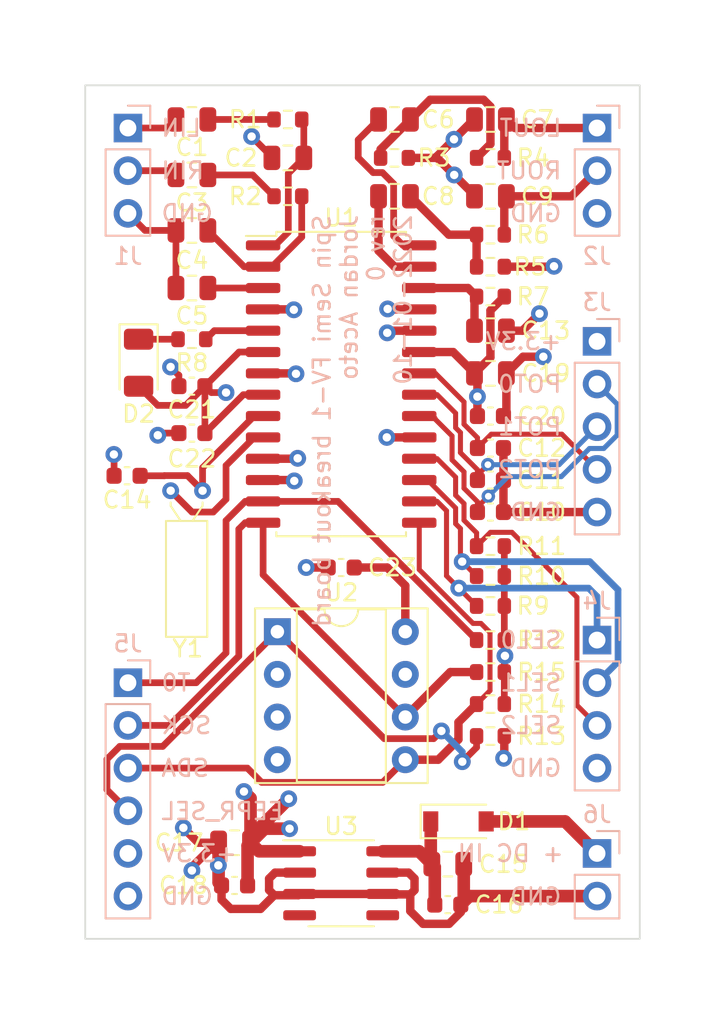
<source format=kicad_pcb>
(kicad_pcb (version 20211014) (generator pcbnew)
  (title_block (title "Spin Semi FV-1 Breakout Board") (date "2022-01-14") (rev "0") (comment 1 "creativecommons.org/licenses/by-sa/4.0/") (comment 2 "License: CC-by-SA") (comment 3 "Drawn by: Jordan Aceto"))
  (layers (0 "F.Cu" signal) (1 "In1.Cu" signal) (2 "In2.Cu" signal) (31 "B.Cu" signal) (34 "B.Paste" user) (35 "F.Paste" user) (36 "B.SilkS" user "B.Silkscreen") (37 "F.SilkS" user "F.Silkscreen") (38 "B.Mask" user) (39 "F.Mask" user) (44 "Edge.Cuts" user))
  (net 0 "")
  (net 1 "Net-(C1-Pad1)")
  (net 2 "Net-(C1-Pad2)")
  (net 3 "Net-(C2-Pad1)")
  (net 4 "GND")
  (net 5 "Net-(C3-Pad1)")
  (net 6 "Net-(C3-Pad2)")
  (net 7 "Net-(C4-Pad1)")
  (net 8 "Net-(C5-Pad1)")
  (net 9 "Net-(C6-Pad1)")
  (net 10 "Net-(C6-Pad2)")
  (net 11 "Net-(C7-Pad1)")
  (net 12 "Net-(C8-Pad1)")
  (net 13 "Net-(C8-Pad2)")
  (net 14 "Net-(C9-Pad1)")
  (net 15 "Net-(C10-Pad1)")
  (net 16 "Net-(C11-Pad1)")
  (net 17 "Net-(C12-Pad1)")
  (net 18 "Net-(C13-Pad1)")
  (net 19 "Net-(C14-Pad1)")
  (net 20 "Net-(C15-Pad1)")
  (net 21 "+3V3")
  (net 22 "Net-(D1-Pad2)")
  (net 23 "Net-(D2-Pad1)")
  (net 24 "Net-(J4-Pad1)")
  (net 25 "Net-(J4-Pad2)")
  (net 26 "Net-(J4-Pad3)")
  (net 27 "/SDA")
  (net 28 "/SCK")
  (net 29 "/EEPR_SEL")
  (net 30 "/T0")
  (net 31 "Net-(R8-Pad1)")
  (net 32 "Net-(U1-Pad10)")
  (footprint "Capacitor_SMD:C_0805_2012Metric" (layer "F.Cu") (at 120.65 57.785)
    (fp_text reference "C19")
    (fp_text value "10u")
  )
  (footprint "Capacitor_SMD:C_0805_2012Metric" (layer "F.Cu") (at 102.87 52.705 180)
    (fp_text reference "C5")
    (fp_text value "10u")
  )
  (footprint "Resistor_SMD:R_0603_1608Metric" (layer "F.Cu") (at 120.65 69.85 180)
    (fp_text reference "R10")
    (fp_text value "10k")
  )
  (footprint "LED_SMD:LED_1206_3216Metric" (layer "F.Cu") (at 99.695 57.15 -90)
    (fp_text reference "D2")
    (fp_text value "LED")
  )
  (footprint "Package_SO:SOIC-8_3.9x4.9mm_P1.27mm" (layer "F.Cu") (at 111.76 88.138)
    (fp_text reference "U3")
    (fp_text value "L78L33_SO8")
  )
  (footprint "Capacitor_SMD:C_0805_2012Metric" (layer "F.Cu") (at 120.65 55.245)
    (fp_text reference "C13")
    (fp_text value "1u")
  )
  (footprint "Resistor_SMD:R_0603_1608Metric" (layer "F.Cu") (at 120.65 75.565 180)
    (fp_text reference "R15")
    (fp_text value "2k2")
  )
  (footprint "Diode_SMD:D_SOD-123" (layer "F.Cu") (at 118.745 84.455)
    (fp_text reference "D1")
    (fp_text value "D_Schottky")
  )
  (footprint "Capacitor_SMD:C_0603_1608Metric" (layer "F.Cu") (at 99.0092 63.881 180)
    (fp_text reference "C14")
    (fp_text value "12p")
  )
  (footprint "Capacitor_SMD:C_0805_2012Metric" (layer "F.Cu") (at 114.935 42.672)
    (fp_text reference "C6")
    (fp_text value "10u")
  )
  (footprint "Capacitor_SMD:C_0603_1608Metric" (layer "F.Cu") (at 102.87 58.547 180)
    (fp_text reference "C21")
    (fp_text value "100n")
  )
  (footprint "Resistor_SMD:R_0603_1608Metric" (layer "F.Cu") (at 120.65 49.53)
    (fp_text reference "R6")
    (fp_text value "1k")
  )
  (footprint "Capacitor_SMD:C_0603_1608Metric" (layer "F.Cu") (at 120.65 66.04)
    (fp_text reference "C10")
    (fp_text value "100n")
  )
  (footprint "Capacitor_SMD:C_0603_1608Metric" (layer "F.Cu") (at 111.76 69.342 180)
    (fp_text reference "C23")
    (fp_text value "100n")
  )
  (footprint "Capacitor_SMD:C_0805_2012Metric" (layer "F.Cu") (at 105.41 85.725 180)
    (fp_text reference "C17")
    (fp_text value "10u")
  )
  (footprint "Capacitor_SMD:C_0805_2012Metric" (layer "F.Cu") (at 118.11 86.995)
    (fp_text reference "C15")
    (fp_text value "10u")
  )
  (footprint "Capacitor_SMD:C_0603_1608Metric" (layer "F.Cu") (at 120.65 62.23)
    (fp_text reference "C12")
    (fp_text value "100n")
  )
  (footprint "Crystal:Crystal_C26-LF_D2.1mm_L6.5mm_Horizontal" (layer "F.Cu") (at 101.605 64.77)
    (fp_text reference "Y1")
    (fp_text value "32768Hz")
  )
  (footprint "Capacitor_SMD:C_0805_2012Metric" (layer "F.Cu") (at 102.87 45.974)
    (fp_text reference "C3")
    (fp_text value "1u")
  )
  (footprint "Resistor_SMD:R_0603_1608Metric" (layer "F.Cu") (at 120.65 51.435)
    (fp_text reference "R5")
    (fp_text value "10k")
  )
  (footprint "Capacitor_SMD:C_0603_1608Metric" (layer "F.Cu") (at 118.11 89.408)
    (fp_text reference "C16")
    (fp_text value "100n")
  )
  (footprint "Resistor_SMD:R_0603_1608Metric" (layer "F.Cu") (at 120.65 44.958)
    (fp_text reference "R4")
    (fp_text value "1k")
  )
  (footprint "Resistor_SMD:R_0603_1608Metric" (layer "F.Cu") (at 120.65 68.072 180)
    (fp_text reference "R11")
    (fp_text value "10k")
  )
  (footprint "Resistor_SMD:R_0603_1608Metric" (layer "F.Cu") (at 120.65 53.213 180)
    (fp_text reference "R7")
    (fp_text value "100")
  )
  (footprint "Resistor_SMD:R_0603_1608Metric" (layer "F.Cu") (at 114.935 44.958)
    (fp_text reference "R3")
    (fp_text value "10k")
  )
  (footprint "Capacitor_SMD:C_0805_2012Metric" (layer "F.Cu") (at 120.65 42.672 180)
    (fp_text reference "C7")
    (fp_text value "2n2")
  )
  (footprint "Capacitor_SMD:C_0805_2012Metric" (layer "F.Cu") (at 114.935 47.244)
    (fp_text reference "C8")
    (fp_text value "10u")
  )
  (footprint "Resistor_SMD:R_0603_1608Metric" (layer "F.Cu") (at 120.65 73.66 180)
    (fp_text reference "R12")
    (fp_text value "10k")
  )
  (footprint "Resistor_SMD:R_0603_1608Metric" (layer "F.Cu") (at 108.585 42.672)
    (fp_text reference "R1")
    (fp_text value "1k")
  )
  (footprint "Capacitor_SMD:C_0603_1608Metric" (layer "F.Cu") (at 102.87 61.341 180)
    (fp_text reference "C22")
    (fp_text value "100n")
  )
  (footprint "Package_DIP:DIP-8_W7.62mm_Socket" (layer "F.Cu") (at 107.96 73.162)
    (fp_text reference "U2")
    (fp_text value "24LC32")
  )
  (footprint "Capacitor_SMD:C_0805_2012Metric" (layer "F.Cu") (at 108.585 44.958 180)
    (fp_text reference "C2")
    (fp_text value "1n COG")
  )
  (footprint "Resistor_SMD:R_0603_1608Metric" (layer "F.Cu") (at 120.65 71.628 180)
    (fp_text reference "R9")
    (fp_text value "10k")
  )
  (footprint "Capacitor_SMD:C_0805_2012Metric" (layer "F.Cu") (at 102.87 49.276 180)
    (fp_text reference "C4")
    (fp_text value "1n COG")
  )
  (footprint "Capacitor_SMD:C_0603_1608Metric" (layer "F.Cu") (at 105.41 88.265 180)
    (fp_text reference "C18")
    (fp_text value "100n")
  )
  (footprint "Resistor_SMD:R_0603_1608Metric" (layer "F.Cu") (at 102.87 55.753 180)
    (fp_text reference "R8")
    (fp_text value "2k2")
  )
  (footprint "Capacitor_SMD:C_0805_2012Metric" (layer "F.Cu") (at 102.87 42.672)
    (fp_text reference "C1")
    (fp_text value "1u")
  )
  (footprint "Resistor_SMD:R_0603_1608Metric" (layer "F.Cu") (at 108.585 47.244)
    (fp_text reference "R2")
    (fp_text value "1k")
  )
  (footprint "Capacitor_SMD:C_0805_2012Metric" (layer "F.Cu") (at 120.65 47.244 180)
    (fp_text reference "C9")
    (fp_text value "2n2")
  )
  (footprint "Package_SO:SOIC-28W_7.5x17.9mm_P1.27mm" (layer "F.Cu") (at 111.76 58.42)
    (fp_text reference "U1")
    (fp_text value "spin_semi_fv1")
  )
  (footprint "Resistor_SMD:R_0603_1608Metric" (layer "F.Cu") (at 120.65 79.375)
    (fp_text reference "R13")
    (fp_text value "10k")
  )
  (footprint "Capacitor_SMD:C_0603_1608Metric" (layer "F.Cu") (at 120.65 64.135)
    (fp_text reference "C11")
    (fp_text value "100n")
  )
  (footprint "Resistor_SMD:R_0603_1608Metric" (layer "F.Cu") (at 120.65 77.47 180)
    (fp_text reference "R14")
    (fp_text value "2k2")
  )
  (footprint "Capacitor_SMD:C_0603_1608Metric" (layer "F.Cu") (at 120.65 60.325)
    (fp_text reference "C20")
    (fp_text value "100n")
  )
  (footprint "Connector_PinHeader_2.54mm:PinHeader_1x03_P2.54mm_Vertical" (layer "B.Cu") (at 127 43.18 180)
    (fp_text reference "J2")
    (fp_text value "signal_out")
  )
  (footprint "Connector_PinHeader_2.54mm:PinHeader_1x05_P2.54mm_Vertical" (layer "B.Cu") (at 127 55.88 180)
    (fp_text reference "J3")
    (fp_text value "cv_in")
  )
  (footprint "Connector_PinHeader_2.54mm:PinHeader_1x06_P2.54mm_Vertical" (layer "B.Cu") (at 99.06 76.2 180)
    (fp_text reference "J5")
    (fp_text value "eeprom_prog_port")
  )
  (footprint "Connector_PinHeader_2.54mm:PinHeader_1x03_P2.54mm_Vertical" (layer "B.Cu") (at 99.06 43.18 180)
    (fp_text reference "J1")
    (fp_text value "signal_in")
  )
  (footprint "Connector_PinHeader_2.54mm:PinHeader_1x04_P2.54mm_Vertical" (layer "B.Cu") (at 127 73.66 180)
    (fp_text reference "J4")
    (fp_text value "prog_sel")
  )
  (footprint "Connector_PinHeader_2.54mm:PinHeader_1x02_P2.54mm_Vertical" (layer "B.Cu") (at 127 86.36 180)
    (fp_text reference "J6")
    (fp_text value "DC_in")
  )
  (gr_line (start 129.54 40.64) (end 96.52 40.64) (layer "Edge.Cuts") (width 0.1))
  (gr_line (start 96.52 40.64) (end 96.52 91.44) (layer "Edge.Cuts") (width 0.1))
  (gr_line (start 129.54 91.44) (end 129.54 40.64) (layer "Edge.Cuts") (width 0.1))
  (gr_line (start 96.52 91.44) (end 129.54 91.44) (layer "Edge.Cuts") (width 0.1))
  (gr_text "SEL1" (at 124.968 76.2) (layer "B.SilkS") (effects (font (size 1 1)) (justify left mirror)))
  (gr_text "POT0" (at 124.968 58.42) (layer "B.SilkS") (effects (font (size 1 1)) (justify left mirror)))
  (gr_text "POT2" (at 124.968 63.5) (layer "B.SilkS") (effects (font (size 1 1)) (justify left mirror)))
  (gr_text "SDA" (at 100.965 81.28) (layer "B.SilkS") (effects (font (size 1 1)) (justify right mirror)))
  (gr_text "+ DC IN" (at 125.095 86.36) (layer "B.SilkS") (effects (font (size 1 1)) (justify left mirror)))
  (gr_text "LIN" (at 100.965 43.18) (layer "B.SilkS") (effects (font (size 1 1)) (justify right mirror)))
  (gr_text "SEL0" (at 124.968 73.66) (layer "B.SilkS") (effects (font (size 1 1)) (justify left mirror)))
  (gr_text "+3.3V" (at 124.968 55.88) (layer "B.SilkS") (effects (font (size 1 1)) (justify left mirror)))
  (gr_text "POT1" (at 124.968 60.96) (layer "B.SilkS") (effects (font (size 1 1)) (justify left mirror)))
  (gr_text "EEPR_SEL" (at 100.965 83.85) (layer "B.SilkS") (effects (font (size 1 1)) (justify right mirror)))
  (gr_text "SCK" (at 100.965 78.74) (layer "B.SilkS") (effects (font (size 1 1)) (justify right mirror)))
  (gr_text "GND" (at 124.968 88.93) (layer "B.SilkS") (effects (font (size 1 1)) (justify left mirror)))
  (gr_text "GND" (at 124.968 66.04) (layer "B.SilkS") (effects (font (size 1 1)) (justify left mirror)))
  (gr_text "SEL2" (at 124.968 78.74) (layer "B.SilkS") (effects (font (size 1 1)) (justify left mirror)))
  (gr_text "GND" (at 100.965 88.9) (layer "B.SilkS") (effects (font (size 1 1)) (justify right mirror)))
  (gr_text "Spin Semi FV-1 breakout board\nJordan Aceto\nrev 0\n2022-01-10" (at 113.03 48.26 90) (layer "B.SilkS") (effects (font (size 1 1)) (justify left mirror)))
  (gr_text "RIN" (at 100.965 45.72) (layer "B.SilkS") (effects (font (size 1 1)) (justify right mirror)))
  (gr_text "T0" (at 100.965 76.2) (layer "B.SilkS") (effects (font (size 1 1)) (justify right mirror)))
  (gr_text "GND" (at 124.968 48.26) (layer "B.SilkS") (effects (font (size 1 1)) (justify left mirror)))
  (gr_text "LOUT" (at 124.968 43.18) (layer "B.SilkS") (effects (font (size 1 1)) (justify left mirror)))
  (gr_text "GND" (at 100.965 48.26) (layer "B.SilkS") (effects (font (size 1 1)) (justify right mirror)))
  (gr_text "+3.3V" (at 100.965 86.36) (layer "B.SilkS") (effects (font (size 1 1)) (justify right mirror)))
  (gr_text "GND" (at 124.968 81.28) (layer "B.SilkS") (effects (font (size 1 1)) (justify left mirror)))
  (gr_text "ROUT" (at 124.968 45.72) (layer "B.SilkS") (effects (font (size 1 1)) (justify left mirror)))
  (segment (start 101.412 43.18) (end 101.92 42.672) (width 0.4) (layer "F.Cu") (net 1))
  (segment (start 99.06 43.18) (end 101.412 43.18) (width 0.4) (layer "F.Cu") (net 1))
  (segment (start 103.82 42.672) (end 107.76 42.672) (width 0.4) (layer "F.Cu") (net 2))
  (segment (start 108.61048 45.88252) (end 108.61048 49.37752) (width 0.4) (layer "F.Cu") (net 3))
  (segment (start 107.823 50.165) (end 107.11 50.165) (width 0.4) (layer "F.Cu") (net 3))
  (segment (start 109.535 42.797) (end 109.41 42.672) (width 0.4) (layer "F.Cu") (net 3))
  (segment (start 108.61048 49.37752) (end 107.823 50.165) (width 0.4) (layer "F.Cu") (net 3))
  (segment (start 109.535 44.958) (end 108.61048 45.88252) (width 0.4) (layer "F.Cu") (net 3))
  (segment (start 109.535 44.958) (end 109.535 42.797) (width 0.4) (layer "F.Cu") (net 3))
  (segment (start 114.554 53.975) (end 114.5286 53.9496) (width 0.5) (layer "F.Cu") (net 4))
  (segment (start 100.076 49.276) (end 99.06 48.26) (width 0.4) (layer "F.Cu") (net 4))
  (segment (start 119.6594 42.672) (end 118.4783 43.8531) (width 0.5) (layer "F.Cu") (net 4))
  (segment (start 109.1438 62.865) (end 109.1692 62.8396) (width 0.5) (layer "F.Cu") (net 4))
  (segment (start 107.4674 87.8586) (end 107.4674 88.5444) (width 0.5) (layer "F.Cu") (net 4))
  (segment (start 119.393 88.9) (end 127 88.9) (width 0.75) (layer "F.Cu") (net 4))
  (segment (start 102.095 58.547) (end 102.095 57.899) (width 0.4) (layer "F.Cu") (net 4))
  (segment (start 121.6 57.785) (end 122.5906 56.7944) (width 0.5) (layer "F.Cu") (net 4))
  (segment (start 118.885 89.408) (end 119.393 88.9) (width 0.75) (layer "F.Cu") (net 4))
  (segment (start 116.6368 90.551) (end 118.1862 90.551) (width 0.5) (layer "F.Cu") (net 4))
  (segment (start 107.4674 88.5444) (end 107.7722 88.8492) (width 0.5) (layer "F.Cu") (net 4))
  (segment (start 116.41 55.245) (end 114.6302 55.245) (width 0.5) (layer "F.Cu") (net 4))
  (segment (start 116.41 53.975) (end 114.554 53.975) (width 0.5) (layer "F.Cu") (net 4))
  (segment (start 102.095 57.899) (end 101.6 57.404) (width 0.4) (layer "F.Cu") (net 4))
  (segment (start 121.475 80.6582) (end 121.4374 80.6958) (width 0.5) (layer "F.Cu") (net 4))
  (segment (start 121.425 66.04) (end 127 66.04) (width 0.5) (layer "F.Cu") (net 4))
  (segment (start 121.6 60.15) (end 121.425 60.325) (width 0.5) (layer "F.Cu") (net 4))
  (segment (start 104.46 85.725) (end 104.4448 85.7402) (width 0.5) (layer "F.Cu") (net 4))
  (segment (start 116.1288 88.5444) (end 115.8748 88.7984) (width 0.5) (layer "F.Cu") (net 4))
  (segment (start 119.7 42.672) (end 119.6594 42.672) (width 0.5) (layer "F.Cu") (net 4))
  (segment (start 116.41 61.595) (end 114.4778 61.595) (width 0.5) (layer "F.Cu") (net 4))
  (segment (start 114.235 87.503) (end 115.7732 87.503) (width 0.5) (layer "F.Cu") (net 4))
  (segment (start 119.7 47.183) (end 118.491 45.974) (width 0.5) (layer "F.Cu") (net 4))
  (segment (start 107.11 64.135) (end 108.9152 64.135) (width 0.5) (layer "F.Cu") (net 4))
  (segment (start 102.095 61.341) (end 100.965 61.341) (width 0.4) (layer "F.Cu") (net 4))
  (segment (start 119.06 86.995) (end 119.06 89.233) (width 0.75) (layer "F.Cu") (net 4))
  (segment (start 116.1288 87.8586) (end 116.1288 88.5444) (width 0.5) (layer "F.Cu") (net 4))
  (segment (start 98.2342 62.6234) (end 98.2218 62.611) (width 0.4) (layer "F.Cu") (net 4))
  (segment (start 115.76 44.958) (end 117.475 44.958) (width 0.5) (layer "F.Cu") (net 4))
  (segment (start 109.0422 57.785) (end 109.0676 57.8104) (width 0.5) (layer "F.Cu") (net 4))
  (segment (start 107.635 44.958) (end 107.635 44.897) (width 0.4) (layer "F.Cu") (net 4))
  (segment (start 107.11 53.975) (end 108.9152 53.975) (width 0.5) (layer "F.Cu") (net 4))
  (segment (start 104.3178 85.725) (end 102.87 87.1728) (width 0.5) (layer "F.Cu") (net 4))
  (segment (start 117.475 44.958) (end 117.475 44.8564) (width 0.5) (layer "F.Cu") (net 4))
  (segment (start 121.475 51.435) (end 124.4092 51.435) (width 0.5) (layer "F.Cu") (net 4))
  (segment (start 114.2604 88.7984) (end 114.235 88.773) (width 0.5) (layer "F.Cu") (net 4))
  (segment (start 100.965 61.341) (end 100.838 61.468) (width 0.4) (layer "F.Cu") (net 4))
  (segment (start 115.7732 87.503) (end 116.1288 87.8586) (width 0.5) (layer "F.Cu") (net 4))
  (segment (start 106.9594 89.662) (end 105.1814 89.662) (width 0.5) (layer "F.Cu") (net 4))
  (segment (start 105.1814 89.662) (end 104.635 89.1156) (width 0.5) (layer "F.Cu") (net 4))
  (segment (start 115.8748 89.789) (end 116.6368 90.551) (width 0.5) (layer "F.Cu") (net 4))
  (segment (start 101.92 49.276) (end 101.92 52.705) (width 0.4) (layer "F.Cu") (net 4))
  (segment (start 107.11 62.865) (end 109.1438 62.865) (width 0.5) (layer "F.Cu") (net 4))
  (segment (start 104.635 89.1156) (end 104.635 88.265) (width 0.5) (layer "F.Cu") (net 4))
  (segment (start 117.475 44.8564) (end 118.4656 43.8658) (width 0.5) (layer "F.Cu") (net 4))
  (segment (start 104.46 85.725) (end 104.46 88.09) (width 0.75) (layer "F.Cu") (net 4))
  (segment (start 114.6302 55.245) (end 114.5032 55.372) (width 0.5) (layer "F.Cu") (net 4))
  (segment (start 118.885 89.8522) (end 118.885 89.408) (width 0.5) (layer "F.Cu") (net 4))
  (segment (start 124.4092 51.435) (end 124.4346 51.4096) (width 0.5) (layer "F.Cu") (net 4))
  (segment (start 109.285 87.503) (end 107.823 87.503) (width 0.5) (layer "F.Cu") (net 4))
  (segment (start 118.4783 43.8531) (end 118.4656 43.8658) (width 0.5) (layer "F.Cu") (net 4))
  (segment (start 109.2088 88.8492) (end 109.285 88.773) (width 0.5) (layer "F.Cu") (net 4))
  (segment (start 103.251 85.725) (end 102.362 84.836) (width 0.5) (layer "F.Cu") (net 4))
  (segment (start 107.11 57.785) (end 109.0422 57.785) (width 0.5) (layer "F.Cu") (net 4))
  (segment (start 118.1862 90.551) (end 118.885 89.8522) (width 0.5) (layer "F.Cu") (net 4))
  (segment (start 117.475 44.958) (end 118.491 45.974) (width 0.5) (layer "F.Cu") (net 4))
  (segment (start 107.7722 88.8492) (end 109.2088 88.8492) (width 0.5) (layer "F.Cu") (net 4))
  (segment (start 107.823 87.503) (end 107.4674 87.8586) (width 0.5) (layer "F.Cu") (net 4))
  (segment (start 107.635 44.897) (end 106.426 43.688) (width 0.4) (layer "F.Cu") (net 4))
  (segment (start 108.9152 53.975) (end 108.9406 54.0004) (width 0.5) (layer "F.Cu") (net 4))
  (segment (start 122.555 55.245) (end 123.571 54.229) (width 0.5) (layer "F.Cu") (net 4))
  (segment (start 102.87 87.1728) (end 102.87 87.376) (width 0.5) (layer "F.Cu") (net 4))
  (segment (start 107.7722 88.8492) (end 106.9594 89.662) (width 0.5) (layer "F.Cu") (net 4))
  (segment (start 104.4448 85.7402) (end 104.4448 87.0712) (width 0.5) (layer "F.Cu") (net 4))
  (segment (start 115.8748 88.7984) (end 114.2604 88.7984) (width 0.5) (layer "F.Cu") (net 4))
  (segment (start 121.475 79.375) (end 121.475 80.6582) (width 0.5) (layer "F.Cu") (net 4))
  (segment (start 104.46 85.725) (end 103.251 85.725) (width 0.5) (layer "F.Cu") (net 4))
  (segment (start 115.8748 88.7984) (end 115.8748 89.789) (width 0.5) (layer "F.Cu") (net 4))
  (segment (start 121.6 55.245) (end 122.555 55.245) (width 0.5) (layer "F.Cu") (net 4))
  (segment (start 121.425 62.23) (end 121.425 66.04) (width 0.5) (layer "F.Cu") (net 4))
  (segment (start 101.92 49.276) (end 100.076 49.276) (width 0.4) (layer "F.Cu") (net 4))
  (segment (start 98.2342 63.881) (end 98.2342 62.6234) (width 0.4) (layer "F.Cu") (net 4))
  (segment (start 119.7 47.244) (end 119.7 47.183) (width 0.5) (layer "F.Cu") (net 4))
  (segment (start 110.985 69.342) (end 109.6772 69.342) (width 0.5) (layer "F.Cu") (net 4))
  (segment (start 104.46 88.09) (end 104.635 88.265) (width 0.75) (layer "F.Cu") (net 4))
  (segment (start 122.5906 56.7944) (end 123.7996 56.7944) (width 0.5) (layer "F.Cu") (net 4))
  (segment (start 108.9152 64.135) (end 108.966 64.1858) (width 0.5) (layer "F.Cu") (net 4))
  (segment (start 114.235 88.773) (end 109.285 88.773) (width 0.5) (layer "F.Cu") (net 4))
  (segment (start 121.6 57.785) (end 121.6 60.15) (width 0.5) (layer "F.Cu") (net 4))
  (via (at 108.9406 54.0004) (size 1) (drill 0.5) (layers "F.Cu" "B.Cu") (net 4))
  (via (at 108.966 64.1858) (size 1) (drill 0.5) (layers "F.Cu" "B.Cu") (net 4))
  (via (at 121.4374 80.6958) (size 1) (drill 0.5) (layers "F.Cu" "B.Cu") (net 4))
  (via (at 114.5286 53.9496) (size 1) (drill 0.5) (layers "F.Cu" "B.Cu") (net 4))
  (via (at 98.2218 62.611) (size 1) (drill 0.5) (layers "F.Cu" "B.Cu") (net 4))
  (via (at 123.571 54.229) (size 1) (drill 0.5) (layers "F.Cu" "B.Cu") (net 4))
  (via (at 109.0676 57.8104) (size 1) (drill 0.5) (layers "F.Cu" "B.Cu") (net 4))
  (via (at 124.4346 51.4096) (size 1) (drill 0.5) (layers "F.Cu" "B.Cu") (net 4))
  (via (at 114.4778 61.595) (size 1) (drill 0.5) (layers "F.Cu" "B.Cu") (net 4))
  (via (at 109.6772 69.342) (size 1) (drill 0.5) (layers "F.Cu" "B.Cu") (net 4))
  (via (at 109.1692 62.8396) (size 1) (drill 0.5) (layers "F.Cu" "B.Cu") (net 4))
  (via (at 102.87 87.376) (size 1) (drill 0.5) (layers "F.Cu" "B.Cu") (net 4))
  (via (at 102.362 84.836) (size 1) (drill 0.5) (layers "F.Cu" "B.Cu") (net 4))
  (via (at 104.4448 87.0712) (size 1) (drill 0.5) (layers "F.Cu" "B.Cu") (net 4))
  (via (at 101.6 57.404) (size 1) (drill 0.5) (layers "F.Cu" "B.Cu") (net 4))
  (via (at 118.4783 43.8531) (size 1) (drill 0.5) (layers "F.Cu" "B.Cu") (net 4))
  (via (at 123.7996 56.7944) (size 1) (drill 0.5) (layers "F.Cu" "B.Cu") (net 4))
  (via (at 118.491 45.974) (size 1) (drill 0.5) (layers "F.Cu" "B.Cu") (net 4))
  (via (at 106.426 43.688) (size 1) (drill 0.5) (layers "F.Cu" "B.Cu") (net 4))
  (via (at 114.5032 55.372) (size 1) (drill 0.5) (layers "F.Cu" "B.Cu") (net 4))
  (via (at 100.838 61.468) (size 1) (drill 0.5) (layers "F.Cu" "B.Cu") (net 4))
  (segment (start 101.666 45.72) (end 101.92 45.974) (width 0.4) (layer "F.Cu") (net 5))
  (segment (start 99.06 45.72) (end 101.666 45.72) (width 0.4) (layer "F.Cu") (net 5))
  (segment (start 103.82 45.974) (end 106.49 45.974) (width 0.4) (layer "F.Cu") (net 6))
  (segment (start 106.49 45.974) (end 107.76 47.244) (width 0.4) (layer "F.Cu") (net 6))
  (segment (start 107.11 51.435) (end 107.642138 51.435) (width 0.4) (layer "F.Cu") (net 7))
  (segment (start 107.642138 51.435) (end 109.41 49.667138) (width 0.4) (layer "F.Cu") (net 7))
  (segment (start 107.11 51.435) (end 105.979 51.435) (width 0.4) (layer "F.Cu") (net 7))
  (segment (start 105.979 51.435) (end 103.82 49.276) (width 0.4) (layer "F.Cu") (net 7))
  (segment (start 109.41 49.667138) (end 109.41 47.244) (width 0.4) (layer "F.Cu") (net 7))
  (segment (start 107.11 52.705) (end 103.82 52.705) (width 0.4) (layer "F.Cu") (net 8))
  (segment (start 113.661671 45.83252) (end 112.776 44.946849) (width 0.4) (layer "F.Cu") (net 9))
  (segment (start 112.776 44.946849) (end 112.776 43.881) (width 0.4) (layer "F.Cu") (net 9))
  (segment (start 115.443 50.165) (end 114.88452 49.60652) (width 0.4) (layer "F.Cu") (net 9))
  (segment (start 114.88452 49.60652) (end 114.88452 46.499961) (width 0.4) (layer "F.Cu") (net 9))
  (segment (start 112.776 43.881) (end 113.985 42.672) (width 0.4) (layer "F.Cu") (net 9))
  (segment (start 114.217079 45.83252) (end 113.661671 45.83252) (width 0.4) (layer "F.Cu") (net 9))
  (segment (start 114.88452 46.499961) (end 114.217079 45.83252) (width 0.4) (layer "F.Cu") (net 9))
  (segment (start 116.41 50.165) (end 115.443 50.165) (width 0.4) (layer "F.Cu") (net 9))
  (segment (start 120.64952 41.90725) (end 120.23975 41.49748) (width 0.5) (layer "F.Cu") (net 10))
  (segment (start 119.825 44.958) (end 120.64952 44.13348) (width 0.5) (layer "F.Cu") (net 10))
  (segment (start 114.11 44.447) (end 115.885 42.672) (width 0.5) (layer "F.Cu") (net 10))
  (segment (start 114.11 44.958) (end 114.11 44.447) (width 0.5) (layer "F.Cu") (net 10))
  (segment (start 120.64952 44.13348) (end 120.64952 41.90725) (width 0.5) (layer "F.Cu") (net 10))
  (segment (start 117.05952 41.49748) (end 115.885 42.672) (width 0.5) (layer "F.Cu") (net 10))
  (segment (start 120.23975 41.49748) (end 117.05952 41.49748) (width 0.5) (layer "F.Cu") (net 10))
  (segment (start 121.475 44.958) (end 121.475 42.797) (width 0.5) (layer "F.Cu") (net 11))
  (segment (start 121.475 42.797) (end 121.6 42.672) (width 0.5) (layer "F.Cu") (net 11))
  (segment (start 122.108 43.18) (end 127 43.18) (width 0.5) (layer "F.Cu") (net 11))
  (segment (start 121.6 42.672) (end 122.108 43.18) (width 0.5) (layer "F.Cu") (net 11))
  (segment (start 114.935 51.435) (end 113.985 50.485) (width 0.5) (layer "F.Cu") (net 12))
  (segment (start 113.985 50.485) (end 113.985 47.244) (width 0.5) (layer "F.Cu") (net 12))
  (segment (start 116.41 51.435) (end 114.935 51.435) (width 0.5) (layer "F.Cu") (net 12))
  (segment (start 118.171 49.53) (end 115.885 47.244) (width 0.5) (layer "F.Cu") (net 13))
  (segment (start 119.825 51.435) (end 119.825 49.53) (width 0.5) (layer "F.Cu") (net 13))
  (segment (start 119.825 49.53) (end 118.171 49.53) (width 0.5) (layer "F.Cu") (net 13))
  (segment (start 125.476 47.244) (end 127 45.72) (width 0.5) (layer "F.Cu") (net 14))
  (segment (start 121.475 47.369) (end 121.6 47.244) (width 0.5) (layer "F.Cu") (net 14))
  (segment (start 121.6 47.244) (end 125.476 47.244) (width 0.5) (layer "F.Cu") (net 14))
  (segment (start 121.475 49.53) (end 121.475 47.369) (width 0.5) (layer "F.Cu") (net 14))
  (segment (start 119.07548 63.647027) (end 118.363981 62.935528) (width 0.3) (layer "F.Cu") (net 15))
  (segment (start 119.875 65.7482) (end 120.523 65.1002) (width 0.3) (layer "F.Cu") (net 15))
  (segment (start 118.363981 62.935528) (end 118.363981 61.514318) (width 0.3) (layer "F.Cu") (net 15))
  (segment (start 117.348 60.498337) (end 117.348 60.452) (width 0.3) (layer "F.Cu") (net 15))
  (segment (start 119.875 66.04) (end 119.875 65.422493) (width 0.3) (layer "F.Cu") (net 15))
  (segment (start 119.875 65.422493) (end 119.07548 64.622973) (width 0.3) (layer "F.Cu") (net 15))
  (segment (start 119.07548 64.622973) (end 119.07548 63.647027) (width 0.3) (layer "F.Cu") (net 15))
  (segment (start 118.363981 61.514318) (end 117.348 60.498337) (width 0.3) (layer "F.Cu") (net 15))
  (via (at 120.523 65.1002) (size 0.8) (drill 0.4) (layers "F.Cu" "B.Cu") (net 15))
  (segment (start 128.199511 61.456855) (end 128.199511 59.619511) (width 0.3) (layer "B.Cu") (net 15))
  (segment (start 127.400966 62.2554) (end 128.199511 61.456855) (width 0.3) (layer "B.Cu") (net 15))
  (segment (start 128.199511 59.619511) (end 127 58.42) (width 0.3) (layer "B.Cu") (net 15))
  (segment (start 120.523 65.1002) (end 121.6914 63.9318) (width 0.3) (layer "B.Cu") (net 15))
  (segment (start 126.548234 62.2554) (end 127.400966 62.2554) (width 0.3) (layer "B.Cu") (net 15))
  (segment (start 124.871834 63.9318) (end 126.548234 62.2554) (width 0.3) (layer "B.Cu") (net 15))
  (segment (start 121.6914 63.9318) (end 124.871834 63.9318) (width 0.3) (layer "B.Cu") (net 15))
  (segment (start 118.863502 62.505995) (end 118.863501 61.307422) (width 0.3) (layer "F.Cu") (net 16))
  (segment (start 117.475 59.055) (end 116.41 59.055) (width 0.3) (layer "F.Cu") (net 16))
  (segment (start 119.875 63.8432) (end 120.4976 63.2206) (width 0.3) (layer "F.Cu") (net 16))
  (segment (start 119.875 63.517493) (end 118.863502 62.505995) (width 0.3) (layer "F.Cu") (net 16))
  (segment (start 118.575969 61.01989) (end 118.575969 60.155969) (width 0.3) (layer "F.Cu") (net 16))
  (segment (start 118.575969 60.155969) (end 117.475 59.055) (width 0.3) (layer "F.Cu") (net 16))
  (segment (start 118.863501 61.307422) (end 118.575969 61.01989) (width 0.3) (layer "F.Cu") (net 16))
  (segment (start 119.875 64.135) (end 119.875 63.517493) (width 0.3) (layer "F.Cu") (net 16))
  (via (at 120.4976 63.2206) (size 0.8) (drill 0.4) (layers "F.Cu" "B.Cu") (net 16))
  (segment (start 124.7394 63.2206) (end 127 60.96) (width 0.3) (layer "B.Cu") (net 16))
  (segment (start 120.4976 63.2206) (end 124.7394 63.2206) (width 0.3) (layer "B.Cu") (net 16))
  (segment (start 119.875 62.23) (end 119.875 61.612493) (width 0.3) (layer "F.Cu") (net 17))
  (segment (start 119.07548 60.812973) (end 119.07548 59.48652) (width 0.3) (layer "F.Cu") (net 17))
  (segment (start 119.07548 59.48652) (end 117.37396 57.785) (width 0.3) (layer "F.Cu") (net 17))
  (segment (start 120.69952 61.40548) (end 124.90548 61.40548) (width 0.3) (layer "F.Cu") (net 17))
  (segment (start 119.875 61.612493) (end 119.07548 60.812973) (width 0.3) (layer "F.Cu") (net 17))
  (segment (start 119.875 62.23) (end 120.69952 61.40548) (width 0.3) (layer "F.Cu") (net 17))
  (segment (start 124.90548 61.40548) (end 127 63.5) (width 0.3) (layer "F.Cu") (net 17))
  (segment (start 117.37396 57.785) (end 116.41 57.785) (width 0.3) (layer "F.Cu") (net 17))
  (segment (start 119.7 53.338) (end 119.825 53.213) (width 0.5) (layer "F.Cu") (net 18))
  (segment (start 116.41 52.705) (end 119.317 52.705) (width 0.5) (layer "F.Cu") (net 18))
  (segment (start 119.317 52.705) (end 119.825 53.213) (width 0.5) (layer "F.Cu") (net 18))
  (segment (start 119.7 55.245) (end 119.7 53.338) (width 0.5) (layer "F.Cu") (net 18))
  (segment (start 106.577862 60.325) (end 103.505 63.397862) (width 0.4) (layer "F.Cu") (net 19))
  (segment (start 101.221898 63.881) (end 99.7842 63.881) (width 0.4) (layer "F.Cu") (net 19))
  (segment (start 107.11 60.325) (end 106.577862 60.325) (width 0.4) (layer "F.Cu") (net 19))
  (segment (start 101.232409 63.870489) (end 101.221898 63.881) (width 0.4) (layer "F.Cu") (net 19))
  (segment (start 103.505 63.397862) (end 103.505 64.77) (width 0.4) (layer "F.Cu") (net 19))
  (segment (start 103.505 64.77) (end 102.605489 63.870489) (width 0.4) (layer "F.Cu") (net 19))
  (segment (start 102.605489 63.870489) (end 101.232409 63.870489) (width 0.4) (layer "F.Cu") (net 19))
  (segment (start 114.235 86.233) (end 116.398 86.233) (width 0.75) (layer "F.Cu") (net 20))
  (segment (start 116.398 86.233) (end 117.335 87.17) (width 0.75) (layer "F.Cu") (net 20))
  (segment (start 117.095 84.455) (end 117.095 86.93) (width 0.75) (layer "F.Cu") (net 20))
  (segment (start 117.335 89.408) (end 117.335 87.17) (width 0.75) (layer "F.Cu") (net 20))
  (segment (start 120.64952 56.83548) (end 120.64952 54.03848) (width 0.5) (layer "F.Cu") (net 21))
  (segment (start 109.285 86.233) (end 106.868 86.233) (width 0.75) (layer "F.Cu") (net 21))
  (segment (start 100.835 59.69) (end 99.695 58.55) (width 0.4) (layer "F.Cu") (net 21))
  (segment (start 106.36 85.725) (end 106.36 83.0682) (width 0.75) (layer "F.Cu") (net 21))
  (segment (start 115.58 70.4188) (end 114.5032 69.342) (width 0.5) (layer "F.Cu") (net 21))
  (segment (start 105.677 56.515) (end 103.645 58.547) (width 0.4) (layer "F.Cu") (net 21))
  (segment (start 102.502 59.69) (end 100.835 59.69) (width 0.4) (layer "F.Cu") (net 21))
  (segment (start 103.645 58.547) (end 102.502 59.69) (width 0.4) (layer "F.Cu") (net 21))
  (segment (start 119.875 60.325) (end 119.875 59.1696) (width 0.5) (layer "F.Cu") (net 21))
  (segment (start 104.902 58.928) (end 104.026 58.928) (width 0.4) (layer "F.Cu") (net 21))
  (segment (start 106.36 83.0682) (end 105.9688 82.677) (width 0.75) (layer "F.Cu") (net 21))
  (segment (start 119.875 59.1696) (end 119.875 57.96) (width 0.5) (layer "F.Cu") (net 21))
  (segment (start 118.43 56.515) (end 119.7 57.785) (width 0.5) (layer "F.Cu") (net 21))
  (segment (start 106.185 85.9) (end 106.36 85.725) (width 0.75) (layer "F.Cu") (net 21))
  (segment (start 105.931 59.055) (end 103.645 61.341) (width 0.4) (layer "F.Cu") (net 21))
  (segment (start 115.58 73.162) (end 115.58 70.4188) (width 0.5) (layer "F.Cu") (net 21))
  (segment (start 104.026 58.928) (end 103.645 58.547) (width 0.4) (layer "F.Cu") (net 21))
  (segment (start 119.875 57.96) (end 119.7 57.785) (width 0.5) (layer "F.Cu") (net 21))
  (segment (start 116.41 56.515) (end 118.43 56.515) (width 0.5) (layer "F.Cu") (net 21))
  (segment (start 106.36 85.725) (end 107.1982 84.8868) (width 0.75) (layer "F.Cu") (net 21))
  (segment (start 106.868 86.233) (end 106.36 85.725) (width 0.75) (layer "F.Cu") (net 21))
  (segment (start 114.5032 69.342) (end 112.535 69.342) (width 0.5) (layer "F.Cu") (net 21))
  (segment (start 107.11 56.515) (end 105.677 56.515) (width 0.4) (layer "F.Cu") (net 21))
  (segment (start 107.11 59.055) (end 105.931 59.055) (width 0.4) (layer "F.Cu") (net 21))
  (segment (start 120.64952 54.03848) (end 121.475 53.213) (width 0.5) (layer "F.Cu") (net 21))
  (segment (start 103.645 61.341) (end 103.645 58.547) (width 0.4) (layer "F.Cu") (net 21))
  (segment (start 106.36 85.3846) (end 108.6358 83.1088) (width 0.75) (layer "F.Cu") (net 21))
  (segment (start 106.36 85.725) (end 106.36 85.3846) (width 0.75) (layer "F.Cu") (net 21))
  (segment (start 121.475 77.47) (end 121.475 68.072) (width 0.4) (layer "F.Cu") (net 21))
  (segment (start 119.7 57.785) (end 120.64952 56.83548) (width 0.5) (layer "F.Cu") (net 21))
  (segment (start 107.1982 84.8868) (end 108.6866 84.8868) (width 0.75) (layer "F.Cu") (net 21))
  (segment (start 106.185 88.265) (end 106.185 85.9) (width 0.75) (layer "F.Cu") (net 21))
  (via (at 121.5136 74.5998) (size 1) (drill 0.5) (layers "F.Cu" "B.Cu") (net 21))
  (via (at 105.9688 82.677) (size 1) (drill 0.5) (layers "F.Cu" "B.Cu") (net 21))
  (via (at 119.875 59.1696) (size 1) (drill 0.5) (layers "F.Cu" "B.Cu") (net 21))
  (via (at 104.902 58.928) (size 1) (drill 0.5) (layers "F.Cu" "B.Cu") (net 21))
  (via (at 108.6866 84.8868) (size 1) (drill 0.5) (layers "F.Cu" "B.Cu") (net 21))
  (via (at 108.6358 83.1088) (size 1) (drill 0.5) (layers "F.Cu" "B.Cu") (net 21))
  (segment (start 120.395 84.455) (end 125.095 84.455) (width 0.75) (layer "F.Cu") (net 22))
  (segment (start 125.095 84.455) (end 127 86.36) (width 0.75) (layer "F.Cu") (net 22))
  (segment (start 102.045 55.753) (end 99.698 55.753) (width 0.4) (layer "F.Cu") (net 23))
  (segment (start 99.698 55.753) (end 99.695 55.75) (width 0.4) (layer "F.Cu") (net 23))
  (segment (start 118.0338 69.8368) (end 118.0338 65.9638) (width 0.3) (layer "F.Cu") (net 24))
  (segment (start 119.825 71.628) (end 118.0338 69.8368) (width 0.3) (layer "F.Cu") (net 24))
  (segment (start 118.0338 65.9638) (end 117.475 65.405) (width 0.3) (layer "F.Cu") (net 24))
  (segment (start 117.475 65.405) (end 116.41 65.405) (width 0.3) (layer "F.Cu") (net 24))
  (via (at 118.7643 70.5673) (size 1) (drill 0.5) (layers "F.Cu" "B.Cu") (net 24))
  (segment (start 126.4981 70.5673) (end 118.7643 70.5673) (width 0.4) (layer "B.Cu") (net 24))
  (segment (start 127 73.66) (end 127 71.0692) (width 0.4) (layer "B.Cu") (net 24))
  (segment (start 127 71.0692) (end 126.4981 70.5673) (width 0.4) (layer "B.Cu") (net 24))
  (segment (start 118.863511 68.888511) (end 119.825 69.85) (width 0.3) (layer "F.Cu") (net 25))
  (segment (start 116.41 64.135) (end 116.911415 64.135) (width 0.3) (layer "F.Cu") (net 25))
  (segment (start 118.575969 66.734878) (end 118.863511 67.02242) (width 0.3) (layer "F.Cu") (net 25))
  (segment (start 118.575969 65.799554) (end 118.575969 66.734878) (width 0.3) (layer "F.Cu") (net 25))
  (segment (start 116.911415 64.135) (end 118.575969 65.799554) (width 0.3) (layer "F.Cu") (net 25))
  (segment (start 118.863511 67.02242) (end 118.863511 68.888511) (width 0.3) (layer "F.Cu") (net 25))
  (via (at 118.9675 68.9925) (size 1) (drill 0.5) (layers "F.Cu" "B.Cu") (net 25))
  (segment (start 127 76.2) (end 128.249511 74.950489) (width 0.4) (layer "B.Cu") (net 25))
  (segment (start 128.249511 74.950489) (end 128.249511 70.667711) (width 0.4) (layer "B.Cu") (net 25))
  (segment (start 128.249511 70.667711) (end 126.5743 68.9925) (width 0.4) (layer "B.Cu") (net 25))
  (segment (start 126.5743 68.9925) (end 118.9675 68.9925) (width 0.4) (layer "B.Cu") (net 25))
  (segment (start 119.07548 65.537064) (end 118.575969 65.037553) (width 0.3) (layer "F.Cu") (net 26))
  (segment (start 121.93368 67.24748) (end 125.800489 71.114289) (width 0.3) (layer "F.Cu") (net 26))
  (segment (start 119.825 67.277493) (end 119.07548 66.527973) (width 0.3) (layer "F.Cu") (net 26))
  (segment (start 125.800489 77.540489) (end 127 78.74) (width 0.3) (layer "F.Cu") (net 26))
  (segment (start 119.825 68.072) (end 119.825 67.277493) (width 0.3) (layer "F.Cu") (net 26))
  (segment (start 125.800489 71.114289) (end 125.800489 77.540489) (width 0.3) (layer "F.Cu") (net 26))
  (segment (start 120.64952 67.24748) (end 121.93368 67.24748) (width 0.3) (layer "F.Cu") (net 26))
  (segment (start 118.575969 65.037553) (end 118.575969 63.965969) (width 0.3) (layer "F.Cu") (net 26))
  (segment (start 118.575969 63.965969) (end 117.475 62.865) (width 0.3) (layer "F.Cu") (net 26))
  (segment (start 117.475 62.865) (end 116.41 62.865) (width 0.3) (layer "F.Cu") (net 26))
  (segment (start 119.07548 66.527973) (end 119.07548 65.537064) (width 0.3) (layer "F.Cu") (net 26))
  (segment (start 119.825 68.072) (end 120.64952 67.24748) (width 0.3) (layer "F.Cu") (net 26))
  (segment (start 117.5412 80.782) (end 115.58 80.782) (width 0.5) (layer "F.Cu") (net 27))
  (segment (start 116.41 66.675) (end 116.41 69.465138) (width 0.3) (layer "F.Cu") (net 27))
  (segment (start 119.614262 72.6694) (end 120.086538 72.6694) (width 0.3) (layer "F.Cu") (net 27))
  (segment (start 120.6246 76.6704) (end 119.825 77.47) (width 0.3) (layer "F.Cu") (net 27))
  (segment (start 116.41 69.465138) (end 119.614262 72.6694) (width 0.3) (layer "F.Cu") (net 27))
  (segment (start 118.745 78.55) (end 118.745 79.5782) (width 0.5) (layer "F.Cu") (net 27))
  (segment (start 120.6246 73.207462) (end 120.6246 76.6704) (width 0.3) (layer "F.Cu") (net 27))
  (segment (start 114.232 82.13) (end 115.58 80.782) (width 0.4) (layer "F.Cu") (net 27))
  (segment (start 107.022 82.13) (end 114.232 82.13) (width 0.4) (layer "F.Cu") (net 27))
  (segment (start 99.06 81.28) (end 106.172 81.28) (width 0.4) (layer "F.Cu") (net 27))
  (segment (start 119.825 77.47) (end 118.745 78.55) (width 0.5) (layer "F.Cu") (net 27))
  (segment (start 120.086538 72.6694) (end 120.6246 73.207462) (width 0.3) (layer "F.Cu") (net 27))
  (segment (start 118.745 79.5782) (end 117.5412 80.782) (width 0.5) (layer "F.Cu") (net 27))
  (segment (start 106.172 81.28) (end 107.022 82.13) (width 0.4) (layer "F.Cu") (net 27))
  (segment (start 105.664 67.056) (end 105.664 74.610164) (width 0.4) (layer "F.Cu") (net 28))
  (segment (start 106.045 66.675) (end 105.664 67.056) (width 0.4) (layer "F.Cu") (net 28))
  (segment (start 105.664 74.610164) (end 101.534164 78.74) (width 0.4) (layer "F.Cu") (net 28))
  (segment (start 107.11 66.675) (end 107.11 69.772) (width 0.4) (layer "F.Cu") (net 28))
  (segment (start 115.58 78.242) (end 118.257 75.565) (width 0.5) (layer "F.Cu") (net 28))
  (segment (start 101.534164 78.74) (end 99.06 78.74) (width 0.4) (layer "F.Cu") (net 28))
  (segment (start 107.11 66.675) (end 106.045 66.675) (width 0.4) (layer "F.Cu") (net 28))
  (segment (start 107.11 69.772) (end 115.58 78.242) (width 0.4) (layer "F.Cu") (net 28))
  (segment (start 118.257 75.565) (end 119.825 75.565) (width 0.5) (layer "F.Cu") (net 28))
  (segment (start 98.572489 79.989511) (end 101.132489 79.989511) (width 0.4) (layer "F.Cu") (net 29))
  (segment (start 99.06 83.82) (end 97.810489 82.570489) (width 0.4) (layer "F.Cu") (net 29))
  (segment (start 119.825 79.375) (end 119.825 80.0476) (width 0.4) (layer "F.Cu") (net 29))
  (segment (start 97.810489 82.570489) (end 97.810489 80.751511) (width 0.4) (layer "F.Cu") (net 29))
  (segment (start 97.810489 80.751511) (end 98.572489 79.989511) (width 0.4) (layer "F.Cu") (net 29))
  (segment (start 114.3254 79.5274) (end 107.96 73.162) (width 0.4) (layer "F.Cu") (net 29))
  (segment (start 119.825 80.0476) (end 118.9736 80.899) (width 0.4) (layer "F.Cu") (net 29))
  (segment (start 101.132489 79.989511) (end 107.96 73.162) (width 0.4) (layer "F.Cu") (net 29))
  (segment (start 117.729 79.0702) (end 117.2718 79.5274) (width 0.4) (layer "F.Cu") (net 29))
  (segment (start 117.2718 79.5274) (end 114.3254 79.5274) (width 0.4) (layer "F.Cu") (net 29))
  (via (at 117.729 79.0702) (size 1) (drill 0.5) (layers "F.Cu" "B.Cu") (net 29))
  (via (at 118.9736 80.899) (size 1) (drill 0.5) (layers "F.Cu" "B.Cu") (net 29))
  (segment (start 118.9736 80.3148) (end 117.729 79.0702) (width 0.4) (layer "B.Cu") (net 29))
  (segment (start 118.9736 80.899) (end 118.9736 80.3148) (width 0.4) (layer "B.Cu") (net 29))
  (segment (start 106.045 65.405) (end 104.902 66.548) (width 0.4) (layer "F.Cu") (net 30))
  (segment (start 104.902 74.422) (end 103.124 76.2) (width 0.4) (layer "F.Cu") (net 30))
  (segment (start 104.902 66.548) (end 104.902 74.422) (width 0.4) (layer "F.Cu") (net 30))
  (segment (start 111.57 65.405) (end 107.11 65.405) (width 0.4) (layer "F.Cu") (net 30))
  (segment (start 119.825 73.66) (end 111.57 65.405) (width 0.4) (layer "F.Cu") (net 30))
  (segment (start 103.124 76.2) (end 99.06 76.2) (width 0.4) (layer "F.Cu") (net 30))
  (segment (start 107.11 65.405) (end 106.045 65.405) (width 0.4) (layer "F.Cu") (net 30))
  (segment (start 104.203 55.245) (end 103.695 55.753) (width 0.4) (layer "F.Cu") (net 31))
  (segment (start 107.11 55.245) (end 104.203 55.245) (width 0.4) (layer "F.Cu") (net 31))
  (segment (start 102.875 66.04) (end 101.605 64.77) (width 0.4) (layer "F.Cu") (net 32))
  (segment (start 107.11 61.595) (end 106.577862 61.595) (width 0.4) (layer "F.Cu") (net 32))
  (segment (start 104.902 65.278) (end 104.14 66.04) (width 0.4) (layer "F.Cu") (net 32))
  (segment (start 104.902 63.270862) (end 104.902 65.278) (width 0.4) (layer "F.Cu") (net 32))
  (segment (start 106.577862 61.595) (end 104.902 63.270862) (width 0.4) (layer "F.Cu") (net 32))
  (segment (start 104.14 66.04) (end 102.875 66.04) (width 0.4) (layer "F.Cu") (net 32))
)
</source>
